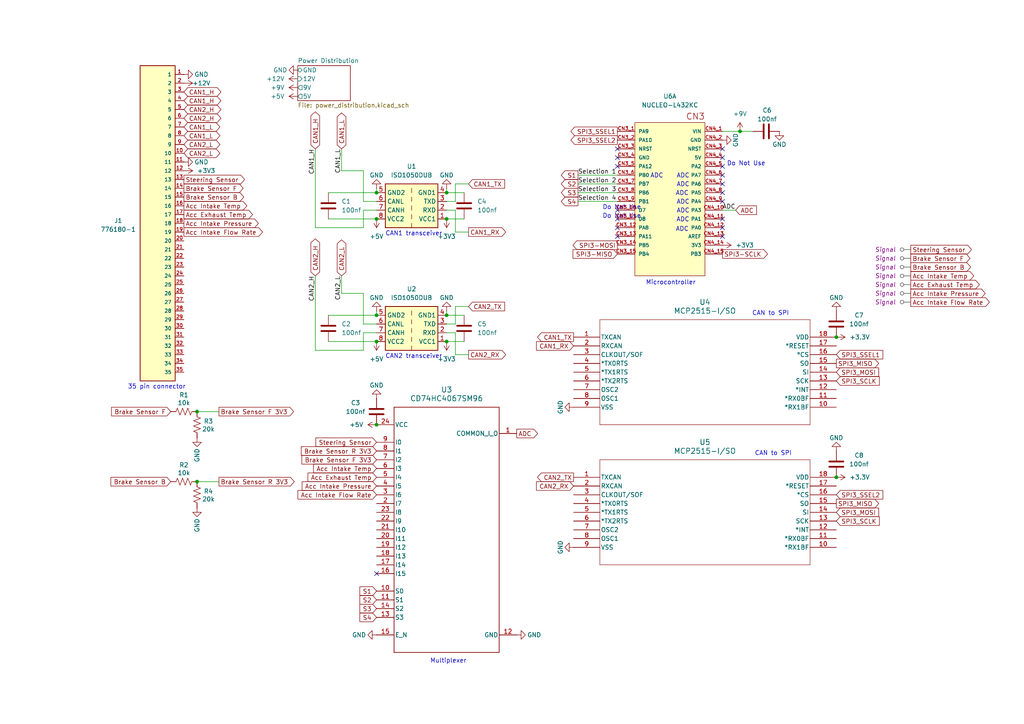
<source format=kicad_sch>
(kicad_sch (version 20231120) (generator "eeschema") (generator_version "8.0")
  (paper "A4")
  (lib_symbols
    (symbol "1FS_2_Global_Symbol_Library:776180-1" (pin_names (offset 1.016))
      (property "Reference" "J" (at -5.0846 43.9815 0))
      (property "Value" "776180-1" (at -5.3391 -50.5938 0))
      (symbol "776180-1_0_0"
        (rectangle (start -5.08 -48.26) (end 5.08 43.18) (stroke (width 0.254)) (fill (type background)))
        (pin passive line (at 7.62 40.64 180) (length 2.54) (name "1") (number "1"))
        (pin passive line (at 7.62 17.78 180) (length 2.54) (name "10") (number "10"))
        (pin passive line (at 7.62 15.24 180) (length 2.54) (name "11") (number "11"))
        (pin passive line (at 7.62 12.7 180) (length 2.54) (name "12") (number "12"))
        (pin passive line (at 7.62 10.16 180) (length 2.54) (name "13") (number "13"))
        (pin passive line (at 7.62 7.62 180) (length 2.54) (name "14") (number "14"))
        (pin passive line (at 7.62 5.08 180) (length 2.54) (name "15") (number "15"))
        (pin passive line (at 7.62 2.54 180) (length 2.54) (name "16") (number "16"))
        (pin passive line (at 7.62 0 180) (length 2.54) (name "17") (number "17"))
        (pin passive line (at 7.62 -2.54 180) (length 2.54) (name "18") (number "18"))
        (pin passive line (at 7.62 -5.08 180) (length 2.54) (name "19") (number "19"))
        (pin passive line (at 7.62 38.1 180) (length 2.54) (name "2") (number "2"))
        (pin passive line (at 7.62 -7.62 180) (length 2.54) (name "20") (number "20"))
        (pin passive line (at 7.62 -10.16 180) (length 2.54) (name "21") (number "21"))
        (pin passive line (at 7.62 -12.7 180) (length 2.54) (name "22") (number "22"))
        (pin passive line (at 7.62 -15.24 180) (length 2.54) (name "23") (number "23"))
        (pin passive line (at 7.62 -17.78 180) (length 2.54) (name "24") (number "24"))
        (pin passive line (at 7.62 -20.32 180) (length 2.54) (name "25") (number "25"))
        (pin passive line (at 7.62 -22.86 180) (length 2.54) (name "26") (number "26"))
        (pin passive line (at 7.62 -25.4 180) (length 2.54) (name "27") (number "27"))
        (pin passive line (at 7.62 -27.94 180) (length 2.54) (name "28") (number "28"))
        (pin passive line (at 7.62 -30.48 180) (length 2.54) (name "29") (number "29"))
        (pin passive line (at 7.62 35.56 180) (length 2.54) (name "3") (number "3"))
        (pin passive line (at 7.62 -33.02 180) (length 2.54) (name "30") (number "30"))
        (pin passive line (at 7.62 -35.56 180) (length 2.54) (name "31") (number "31"))
        (pin passive line (at 7.62 -38.1 180) (length 2.54) (name "32") (number "32"))
        (pin passive line (at 7.62 -40.64 180) (length 2.54) (name "33") (number "33"))
        (pin passive line (at 7.62 -43.18 180) (length 2.54) (name "34") (number "34"))
        (pin passive line (at 7.62 -45.72 180) (length 2.54) (name "35") (number "35"))
        (pin passive line (at 7.62 33.02 180) (length 2.54) (name "4") (number "4"))
        (pin passive line (at 7.62 30.48 180) (length 2.54) (name "5") (number "5"))
        (pin passive line (at 7.62 27.94 180) (length 2.54) (name "6") (number "6"))
        (pin passive line (at 7.62 25.4 180) (length 2.54) (name "7") (number "7"))
        (pin passive line (at 7.62 22.86 180) (length 2.54) (name "8") (number "8"))
        (pin passive line (at 7.62 20.32 180) (length 2.54) (name "9") (number "9"))
      )
    )
    (symbol "1FS_2_Global_Symbol_Library:CD74HC4067SM96" (pin_names (offset 0.254))
      (property "Reference" "U" (at 0 2.54 0))
      (property "Value" "CD74HC4067SM96" (at 0 0 0))
      (symbol "CD74HC4067SM96_0_1"
        (polyline (pts (xy -15.24 -35.56) (xy 15.24 -35.56)) (stroke (width 0.2032)))
        (polyline (pts (xy -15.24 35.56) (xy -15.24 -35.56)) (stroke (width 0.2032)))
        (polyline (pts (xy 15.24 -35.56) (xy 15.24 35.56)) (stroke (width 0.2032)))
        (polyline (pts (xy 15.24 35.56) (xy -15.24 35.56)) (stroke (width 0.2032)))
        (pin bidirectional line (at 20.32 27.94 180) (length 5.08) (name "COMMON_I_O") (number "1"))
        (pin input line (at -20.32 -17.78 0) (length 5.08) (name "S0") (number "10"))
        (pin input line (at -20.32 -20.32 0) (length 5.08) (name "S1") (number "11"))
        (pin power_in line (at 20.32 -30.48 180) (length 5.08) (name "GND") (number "12"))
        (pin input line (at -20.32 -25.4 0) (length 5.08) (name "S3") (number "13"))
        (pin input line (at -20.32 -22.86 0) (length 5.08) (name "S2") (number "14"))
        (pin input line (at -20.32 -30.48 0) (length 5.08) (name "E_N") (number "15"))
        (pin input line (at -20.32 -12.7 0) (length 5.08) (name "I15") (number "16"))
        (pin input line (at -20.32 -10.16 0) (length 5.08) (name "I14") (number "17"))
        (pin input line (at -20.32 -7.62 0) (length 5.08) (name "I13") (number "18"))
        (pin input line (at -20.32 -5.08 0) (length 5.08) (name "I12") (number "19"))
        (pin input line (at -20.32 7.62 0) (length 5.08) (name "I7") (number "2"))
        (pin input line (at -20.32 -2.54 0) (length 5.08) (name "I11") (number "20"))
        (pin input line (at -20.32 0 0) (length 5.08) (name "I10") (number "21"))
        (pin input line (at -20.32 2.54 0) (length 5.08) (name "I9") (number "22"))
        (pin input line (at -20.32 5.08 0) (length 5.08) (name "I8") (number "23"))
        (pin power_in line (at -20.32 30.48 0) (length 5.08) (name "VCC") (number "24"))
        (pin input line (at -20.32 10.16 0) (length 5.08) (name "I6") (number "3"))
        (pin input line (at -20.32 12.7 0) (length 5.08) (name "I5") (number "4"))
        (pin input line (at -20.32 15.24 0) (length 5.08) (name "I4") (number "5"))
        (pin input line (at -20.32 17.78 0) (length 5.08) (name "I3") (number "6"))
        (pin input line (at -20.32 20.32 0) (length 5.08) (name "I2") (number "7"))
        (pin input line (at -20.32 22.86 0) (length 5.08) (name "I1") (number "8"))
        (pin input line (at -20.32 25.4 0) (length 5.08) (name "I0") (number "9"))
      )
    )
    (symbol "1_ACC_BOARD:NUCLEO-L432KC" (pin_names (offset 1.016))
      (property "Reference" "U" (at 10.16 21.082 0))
      (property "Value" "NUCLEO-L432KC" (at -7.62 -25.4 0))
      (symbol "NUCLEO-L432KC_1_0"
        (rectangle (start -10.16 17.78) (end 10.16 -26.67) (stroke (width 0.1524)) (fill (type background)))
        (text "CN3" (at 10.16 18.542 0) (effects (font (size 1.778 1.778)) (justify right bottom)))
        (pin bidirectional line (at -15.24 15.24 0) (length 5.08) (name "PA9") (number "CN3_1"))
        (pin bidirectional line (at -15.24 -12.7 0) (length 5.08) (name "PA8") (number "CN3_12"))
        (pin bidirectional line (at -15.24 -15.24 0) (length 5.08) (name "PA11") (number "CN3_13"))
        (pin bidirectional line (at -15.24 -17.78 0) (length 5.08) (name "PB5") (number "CN3_14"))
        (pin bidirectional line (at -15.24 -20.32 0) (length 5.08) (name "PB4") (number "CN3_15"))
        (pin bidirectional line (at -15.24 12.7 0) (length 5.08) (name "PA10") (number "CN3_2"))
        (pin bidirectional line (at -15.24 5.08 0) (length 5.08) (name "PA12") (number "CN3_5"))
        (pin bidirectional line (at -15.24 2.54 0) (length 5.08) (name "PB0") (number "CN3_6"))
        (pin bidirectional line (at -15.24 0 0) (length 5.08) (name "PB7") (number "CN3_7"))
        (pin bidirectional line (at -15.24 -2.54 0) (length 5.08) (name "PB6") (number "CN3_8"))
        (pin bidirectional line (at -15.24 -5.08 0) (length 5.08) (name "PB1") (number "CN3_9"))
      )
      (symbol "NUCLEO-L432KC_1_1"
        (pin bidirectional line (at -15.24 -7.62 0) (length 5.08) (name "D7") (number "CN3_10"))
        (pin bidirectional line (at -15.24 -10.16 0) (length 5.08) (name "D8") (number "CN3_11"))
        (pin bidirectional line (at -15.24 10.16 0) (length 5.08) (name "NRST") (number "CN3_3"))
        (pin power_in line (at -15.24 7.62 0) (length 5.08) (name "GND") (number "CN3_4"))
        (pin power_in line (at 15.24 15.24 180) (length 5.08) (name "VIN") (number "CN4_1"))
        (pin bidirectional line (at 15.24 -7.62 180) (length 5.08) (name "PA3") (number "CN4_10"))
        (pin bidirectional line (at 15.24 -10.16 180) (length 5.08) (name "PA1") (number "CN4_11"))
        (pin bidirectional line (at 15.24 -12.7 180) (length 5.08) (name "PA0") (number "CN4_12"))
        (pin bidirectional line (at 15.24 -15.24 180) (length 5.08) (name "AREF") (number "CN4_13"))
        (pin power_out line (at 15.24 -17.78 180) (length 5.08) (name "3V3") (number "CN4_14"))
        (pin bidirectional line (at 15.24 -20.32 180) (length 5.08) (name "PB3") (number "CN4_15"))
        (pin power_in line (at 15.24 12.7 180) (length 5.08) (name "GND") (number "CN4_2"))
        (pin bidirectional line (at 15.24 10.16 180) (length 5.08) (name "NRST") (number "CN4_3"))
        (pin power_out line (at 15.24 7.62 180) (length 5.08) (name "5V") (number "CN4_4"))
        (pin bidirectional line (at 15.24 5.08 180) (length 5.08) (name "PA2") (number "CN4_5"))
        (pin bidirectional line (at 15.24 2.54 180) (length 5.08) (name "PA7") (number "CN4_6"))
        (pin bidirectional line (at 15.24 0 180) (length 5.08) (name "PA6") (number "CN4_7"))
        (pin bidirectional line (at 15.24 -2.54 180) (length 5.08) (name "PA5") (number "CN4_8"))
        (pin bidirectional line (at 15.24 -5.08 180) (length 5.08) (name "PA4") (number "CN4_9"))
      )
      (symbol "NUCLEO-L432KC_2_0"
        (rectangle (start -10.16 -17.78) (end 10.16 17.78) (stroke (width 0.1524)) (fill (type background)))
        (text "CN4" (at -10.16 18.542 0) (effects (font (size 1.778 1.778)) (justify left bottom)))
        (pin input line (at -15.24 7.62 0) (length 5.08) (name "VIN") (number "CN4_1"))
        (pin bidirectional line (at -15.24 -10.16 0) (length 5.08) (name "PA3") (number "CN4_10"))
        (pin bidirectional line (at -15.24 -5.08 0) (length 5.08) (name "PA1") (number "CN4_11"))
        (pin bidirectional line (at -15.24 -2.54 0) (length 5.08) (name "PA0") (number "CN4_12"))
        (pin bidirectional line (at 15.24 7.62 180) (length 5.08) (name "AREF") (number "CN4_13"))
        (pin power_in line (at 15.24 12.7 180) (length 5.08) (name "+3V3") (number "CN4_14"))
        (pin bidirectional line (at 15.24 2.54 180) (length 5.08) (name "PB3") (number "CN4_15"))
        (pin power_in line (at 15.24 -15.24 180) (length 5.08) (name "GND_CN4") (number "CN4_2"))
        (pin bidirectional line (at -15.24 2.54 0) (length 5.08) (name "NRST_CN4") (number "CN4_3"))
        (pin power_in line (at 15.24 15.24 180) (length 5.08) (name "+5V") (number "CN4_4"))
        (pin bidirectional line (at -15.24 -7.62 0) (length 5.08) (name "PA2") (number "CN4_5"))
        (pin bidirectional line (at 15.24 -10.16 180) (length 5.08) (name "PA7") (number "CN4_6"))
        (pin bidirectional line (at 15.24 -7.62 180) (length 5.08) (name "PA6") (number "CN4_7"))
        (pin bidirectional line (at 15.24 -5.08 180) (length 5.08) (name "PA5") (number "CN4_8"))
        (pin bidirectional line (at 15.24 -2.54 180) (length 5.08) (name "PA4") (number "CN4_9"))
      )
      (symbol "NUCLEO-L432KC_2_1"
        (pin bidirectional line (at 17.78 6.35 180) (length 5.08) (name "PA2") (number "-UB"))
      )
    )
    (symbol "Device:C" (pin_numbers hide) (pin_names (offset 0.254))
      (property "Reference" "C" (at 0.635 2.54 0))
      (property "Value" "C" (at 0.635 -2.54 0))
      (symbol "C_0_1"
        (polyline (pts (xy -2.032 -0.762) (xy 2.032 -0.762)) (stroke (width 0.508)))
        (polyline (pts (xy -2.032 0.762) (xy 2.032 0.762)) (stroke (width 0.508)))
      )
      (symbol "C_1_1"
        (pin passive line (at 0 3.81 270) (length 2.794) (name "~") (number "1"))
        (pin passive line (at 0 -3.81 90) (length 2.794) (name "~") (number "2"))
      )
    )
    (symbol "Device:R_US" (pin_numbers hide) (pin_names (offset 0))
      (property "Reference" "R" (at 2.54 0 90))
      (property "Value" "R_US" (at -2.54 0 90))
      (symbol "R_US_0_1"
        (polyline (pts (xy 0 -2.286) (xy 0 -2.54)))
        (polyline (pts (xy 0 2.286) (xy 0 2.54)))
        (polyline (pts (xy 0 -0.762) (xy 1.016 -1.143) (xy 0 -1.524) (xy -1.016 -1.905) (xy 0 -2.286)))
        (polyline (pts (xy 0 0.762) (xy 1.016 0.381) (xy 0 0) (xy -1.016 -0.381) (xy 0 -0.762)))
        (polyline (pts (xy 0 2.286) (xy 1.016 1.905) (xy 0 1.524) (xy -1.016 1.143) (xy 0 0.762)))
      )
      (symbol "R_US_1_1"
        (pin passive line (at 0 3.81 270) (length 1.27) (name "~") (number "1"))
        (pin passive line (at 0 -3.81 90) (length 1.27) (name "~") (number "2"))
      )
    )
    (symbol "FS_3_Global_Symbol_Library:MCP2515-I_SO" (pin_names (offset 0.254))
      (property "Reference" "U" (at 38.1 10.16 0))
      (property "Value" "MCP2515-I/SO" (at 38.1 7.62 0))
      (symbol "MCP2515-I_SO_0_1"
        (polyline (pts (xy 7.62 -25.4) (xy 68.58 -25.4)) (stroke (width 0.127)))
        (polyline (pts (xy 7.62 5.08) (xy 7.62 -25.4)) (stroke (width 0.127)))
        (polyline (pts (xy 68.58 -25.4) (xy 68.58 5.08)) (stroke (width 0.127)))
        (polyline (pts (xy 68.58 5.08) (xy 7.62 5.08)) (stroke (width 0.127)))
        (pin unspecified line (at 0 0 0) (length 7.62) (name "TXCAN") (number "1"))
        (pin unspecified line (at 76.2 -20.32 180) (length 7.62) (name "*RX1BF") (number "10"))
        (pin unspecified line (at 76.2 -17.78 180) (length 7.62) (name "*RX0BF") (number "11"))
        (pin unspecified line (at 76.2 -15.24 180) (length 7.62) (name "*INT") (number "12"))
        (pin unspecified line (at 76.2 -12.7 180) (length 7.62) (name "SCK") (number "13"))
        (pin unspecified line (at 76.2 -10.16 180) (length 7.62) (name "SI") (number "14"))
        (pin unspecified line (at 76.2 -7.62 180) (length 7.62) (name "SO") (number "15"))
        (pin unspecified line (at 76.2 -5.08 180) (length 7.62) (name "*CS") (number "16"))
        (pin unspecified line (at 76.2 -2.54 180) (length 7.62) (name "*RESET") (number "17"))
        (pin unspecified line (at 76.2 0 180) (length 7.62) (name "VDD") (number "18"))
        (pin unspecified line (at 0 -2.54 0) (length 7.62) (name "RXCAN") (number "2"))
        (pin unspecified line (at 0 -5.08 0) (length 7.62) (name "CLKOUT/SOF") (number "3"))
        (pin unspecified line (at 0 -7.62 0) (length 7.62) (name "*TX0RTS") (number "4"))
        (pin unspecified line (at 0 -10.16 0) (length 7.62) (name "*TX1RTS") (number "5"))
        (pin unspecified line (at 0 -12.7 0) (length 7.62) (name "*TX2RTS") (number "6"))
        (pin unspecified line (at 0 -15.24 0) (length 7.62) (name "OSC2") (number "7"))
        (pin unspecified line (at 0 -17.78 0) (length 7.62) (name "OSC1") (number "8"))
        (pin unspecified line (at 0 -20.32 0) (length 7.62) (name "VSS") (number "9"))
      )
    )
    (symbol "Interface_CAN_LIN:ISO1050DUB"
      (property "Reference" "U" (at -6.35 6.35 0))
      (property "Value" "ISO1050DUB" (at 2.54 6.35 0))
      (symbol "ISO1050DUB_0_1"
        (rectangle (start -7.62 5.08) (end 7.62 -7.62) (stroke (width 0.254)) (fill (type background)))
        (polyline (pts (xy 0 -5.08) (xy 0 -6.35)))
        (polyline (pts (xy 0 -2.54) (xy 0 -3.81)))
        (polyline (pts (xy 0 0) (xy 0 -1.27)))
        (polyline (pts (xy 0 2.54) (xy 0 1.27)))
        (polyline (pts (xy 0 5.08) (xy 0 3.81)))
      )
      (symbol "ISO1050DUB_1_1"
        (pin power_in line (at -10.16 2.54 0) (length 2.54) (name "VCC1") (number "1"))
        (pin output line (at -10.16 0 0) (length 2.54) (name "RXD") (number "2"))
        (pin input line (at -10.16 -2.54 0) (length 2.54) (name "TXD") (number "3"))
        (pin power_in line (at -10.16 -5.08 0) (length 2.54) (name "GND1") (number "4"))
        (pin power_in line (at 10.16 -5.08 180) (length 2.54) (name "GND2") (number "5"))
        (pin bidirectional line (at 10.16 -2.54 180) (length 2.54) (name "CANL") (number "6"))
        (pin bidirectional line (at 10.16 0 180) (length 2.54) (name "CANH") (number "7"))
        (pin power_in line (at 10.16 2.54 180) (length 2.54) (name "VCC2") (number "8"))
      )
    )
    (symbol "power:+12V" (power) (pin_numbers hide) (pin_names (offset 0) hide)
      (property "Value" "+12V" (at 0 3.556 0))
      (symbol "+12V_0_1"
        (polyline (pts (xy -0.762 1.27) (xy 0 2.54)))
        (polyline (pts (xy 0 0) (xy 0 2.54)))
        (polyline (pts (xy 0 2.54) (xy 0.762 1.27)))
      )
      (symbol "+12V_1_1"
        (pin power_in line (at 0 0 90) (length 0) (name "~") (number "1"))
      )
    )
    (symbol "power:+3V3" (power) (pin_numbers hide) (pin_names (offset 0) hide)
      (property "Value" "+3V3" (at 0 3.556 0))
      (symbol "+3V3_0_1"
        (polyline (pts (xy -0.762 1.27) (xy 0 2.54)))
        (polyline (pts (xy 0 0) (xy 0 2.54)))
        (polyline (pts (xy 0 2.54) (xy 0.762 1.27)))
      )
      (symbol "+3V3_1_1"
        (pin power_in line (at 0 0 90) (length 0) (name "~") (number "1"))
      )
    )
    (symbol "power:+5V" (power) (pin_numbers hide) (pin_names (offset 0) hide)
      (property "Value" "+5V" (at 0 3.556 0))
      (symbol "+5V_0_1"
        (polyline (pts (xy -0.762 1.27) (xy 0 2.54)))
        (polyline (pts (xy 0 0) (xy 0 2.54)))
        (polyline (pts (xy 0 2.54) (xy 0.762 1.27)))
      )
      (symbol "+5V_1_1"
        (pin power_in line (at 0 0 90) (length 0) (name "~") (number "1"))
      )
    )
    (symbol "power:+9V" (power) (pin_numbers hide) (pin_names (offset 0) hide)
      (property "Value" "+9V" (at 0 3.556 0))
      (symbol "+9V_0_1"
        (polyline (pts (xy -0.762 1.27) (xy 0 2.54)))
        (polyline (pts (xy 0 0) (xy 0 2.54)))
        (polyline (pts (xy 0 2.54) (xy 0.762 1.27)))
      )
      (symbol "+9V_1_1"
        (pin power_in line (at 0 0 90) (length 0) (name "~") (number "1"))
      )
    )
    (symbol "power:GND" (power) (pin_numbers hide) (pin_names (offset 0) hide)
      (property "Value" "GND" (at 0 -3.81 0))
      (symbol "GND_0_1"
        (polyline (pts (xy 0 0) (xy 0 -1.27) (xy 1.27 -1.27) (xy 0 -2.54) (xy -1.27 -1.27) (xy 0 -1.27)))
      )
      (symbol "GND_1_1"
        (pin power_in line (at 0 0 270) (length 0) (name "~") (number "1"))
      )
    )
  )
  (junction (at 129.54 91.44))
  (junction (at 129.54 55.88))
  (junction (at 57.15 139.7))
  (junction (at 214.63 38.1))
  (junction (at 57.15 119.38))
  (junction (at 109.22 63.5))
  (junction (at 242.57 138.43))
  (junction (at 109.22 99.06))
  (junction (at 109.22 123.19))
  (junction (at 129.54 63.5))
  (junction (at 109.22 55.88))
  (junction (at 109.22 91.44))
  (junction (at 129.54 99.06))
  (junction (at 242.57 97.79))
  (no_connect (at 209.55 55.88))
  (no_connect (at 209.55 68.58))
  (no_connect (at 209.55 43.18))
  (no_connect (at 209.55 63.5))
  (no_connect (at 209.55 66.04))
  (no_connect (at 179.07 63.5))
  (no_connect (at 179.07 48.26))
  (no_connect (at 209.55 58.42))
  (no_connect (at 179.07 43.18))
  (no_connect (at 109.22 166.37))
  (no_connect (at 209.55 45.72))
  (no_connect (at 179.07 45.72))
  (no_connect (at 179.07 68.58))
  (no_connect (at 179.07 60.96))
  (no_connect (at 179.07 66.04))
  (no_connect (at 209.55 48.26))
  (no_connect (at 209.55 50.8))
  (no_connect (at 209.55 53.34))
  (wire (pts (xy 129.54 58.42) (xy 132.08 58.42)))
  (wire (pts (xy 63.5 119.38) (xy 57.15 119.38)))
  (wire (pts (xy 109.22 90.17) (xy 109.22 91.44)))
  (wire (pts (xy 132.08 53.34) (xy 135.89 53.34)))
  (wire (pts (xy 167.64 53.34) (xy 179.07 53.34)))
  (wire (pts (xy 132.08 60.96) (xy 132.08 67.31)))
  (wire (pts (xy 132.08 58.42) (xy 132.08 53.34)))
  (wire (pts (xy 132.08 93.98) (xy 132.08 88.9)))
  (wire (pts (xy 99.06 80.01) (xy 99.06 85.09)))
  (wire (pts (xy 132.08 67.31) (xy 135.89 67.31)))
  (wire (pts (xy 99.06 43.18) (xy 99.06 49.53)))
  (wire (pts (xy 129.54 54.61) (xy 129.54 55.88)))
  (wire (pts (xy 91.44 66.04) (xy 105.41 66.04)))
  (wire (pts (xy 91.44 43.18) (xy 91.44 66.04)))
  (wire (pts (xy 209.55 38.1) (xy 214.63 38.1)))
  (wire (pts (xy 132.08 88.9) (xy 135.89 88.9)))
  (wire (pts (xy 105.41 93.98) (xy 109.22 93.98)))
  (wire (pts (xy 91.44 101.6) (xy 105.41 101.6)))
  (wire (pts (xy 129.54 99.06) (xy 134.62 99.06)))
  (wire (pts (xy 129.54 93.98) (xy 132.08 93.98)))
  (wire (pts (xy 95.25 99.06) (xy 109.22 99.06)))
  (wire (pts (xy 95.25 91.44) (xy 109.22 91.44)))
  (wire (pts (xy 209.55 60.96) (xy 213.36 60.96)))
  (wire (pts (xy 167.64 50.8) (xy 179.07 50.8)))
  (wire (pts (xy 95.25 55.88) (xy 109.22 55.88)))
  (wire (pts (xy 129.54 90.17) (xy 129.54 91.44)))
  (wire (pts (xy 105.41 96.52) (xy 109.22 96.52)))
  (wire (pts (xy 91.44 80.01) (xy 91.44 101.6)))
  (wire (pts (xy 129.54 96.52) (xy 132.08 96.52)))
  (wire (pts (xy 63.5 139.7) (xy 57.15 139.7)))
  (wire (pts (xy 218.44 38.1) (xy 214.63 38.1)))
  (wire (pts (xy 95.25 63.5) (xy 109.22 63.5)))
  (wire (pts (xy 129.54 91.44) (xy 134.62 91.44)))
  (wire (pts (xy 105.41 85.09) (xy 105.41 93.98)))
  (wire (pts (xy 129.54 55.88) (xy 134.62 55.88)))
  (wire (pts (xy 109.22 54.61) (xy 109.22 55.88)))
  (wire (pts (xy 129.54 60.96) (xy 132.08 60.96)))
  (wire (pts (xy 105.41 60.96) (xy 109.22 60.96)))
  (wire (pts (xy 105.41 49.53) (xy 105.41 58.42)))
  (wire (pts (xy 132.08 96.52) (xy 132.08 102.87)))
  (wire (pts (xy 105.41 101.6) (xy 105.41 96.52)))
  (wire (pts (xy 167.64 58.42) (xy 179.07 58.42)))
  (wire (pts (xy 105.41 66.04) (xy 105.41 60.96)))
  (wire (pts (xy 105.41 49.53) (xy 99.06 49.53)))
  (wire (pts (xy 105.41 85.09) (xy 99.06 85.09)))
  (wire (pts (xy 167.64 55.88) (xy 179.07 55.88)))
  (wire (pts (xy 105.41 58.42) (xy 109.22 58.42)))
  (wire (pts (xy 132.08 102.87) (xy 135.89 102.87)))
  (wire (pts (xy 129.54 63.5) (xy 134.62 63.5)))
  (text "ADC" (at 198.12 51.054 0) (effects (font (size 1.27 1.27))))
  (text "Do Not Use\n" (at 174.752 60.96 0) (effects (font (size 1.27 1.27)) (justify left bottom)))
  (text "35 pin connector" (at 45.466 112.268 0) (effects (font (size 1.27 1.27))))
  (text "CAN2 transceiver" (at 111.76 104.14 0) (effects (font (size 1.27 1.27)) (justify left bottom)))
  (text "ADC" (at 197.866 56.134 0) (effects (font (size 1.27 1.27))))
  (text "ADC" (at 198.12 58.674 0) (effects (font (size 1.27 1.27))))
  (text "ADC" (at 197.866 66.548 0) (effects (font (size 1.27 1.27))))
  (text "Microcontroller" (at 194.564 82.042 0) (effects (font (size 1.27 1.27))))
  (text "CAN to SPI" (at 223.52 90.932 0) (effects (font (size 1.27 1.27))))
  (text "CAN to SPI" (at 224.282 131.572 0) (effects (font (size 1.27 1.27))))
  (text "Do Not Use\n" (at 210.82 48.26 0) (effects (font (size 1.27 1.27)) (justify left bottom)))
  (text "CAN1 transceiver" (at 111.76 68.58 0) (effects (font (size 1.27 1.27)) (justify left bottom)))
  (text "ADC" (at 190.5 51.054 0) (effects (font (size 1.27 1.27))))
  (text "Multiplexer" (at 130.048 191.77 0) (effects (font (size 1.27 1.27))))
  (text "ADC" (at 198.12 53.594 0) (effects (font (size 1.27 1.27))))
  (text "Do Not Use\n" (at 174.752 63.5 0) (effects (font (size 1.27 1.27)) (justify left bottom)))
  (text "ADC" (at 198.12 61.214 0) (effects (font (size 1.27 1.27))))
  (text "ADC" (at 198.0754 63.7793 0) (effects (font (size 1.27 1.27))))
  (label "CAN1_H" (at 91.44 43.18 270))
  (label "CAN2_L" (at 99.06 80.01 270))
  (label "Selection 2" (at 167.64 53.34 0))
  (label "Selection 1" (at 167.64 50.8 0))
  (label "Selection 3" (at 167.64 55.88 0))
  (label "ADC" (at 213.36 60.96 180))
  (label "Selection 4" (at 167.64 58.42 0))
  (label "CAN2_H" (at 91.44 80.01 270))
  (label "CAN1_L" (at 99.06 43.18 270))
  (global_label "Acc Intake Flow Rate" (shape input) (at 109.22 143.51 180) (property "Intersheetrefs" "${INTERSHEET_REFS}" (effects (hide yes))))
  (global_label "CAN2_RX" (shape input) (at 166.37 140.97 180) (property "Intersheetrefs" "${INTERSHEET_REFS}" (effects (hide yes))))
  (global_label "CAN1_L" (shape bidirectional) (at 53.34 36.83 0) (property "Intersheetrefs" "${INTERSHEET_REFS}" (effects (hide yes))))
  (global_label "S1" (shape output) (at 167.64 50.8 180) (property "Intersheetrefs" "${INTERSHEET_REFS}" (effects (hide yes))))
  (global_label "ADC" (shape input) (at 213.36 60.96 0) (property "Intersheetrefs" "${INTERSHEET_REFS}" (effects (hide yes))))
  (global_label "CAN1_RX" (shape input) (at 166.37 100.33 180) (property "Intersheetrefs" "${INTERSHEET_REFS}" (effects (hide yes))))
  (global_label "Brake Sensor B" (shape output) (at 53.34 57.15 0) (property "Intersheetrefs" "${INTERSHEET_REFS}" (effects (hide yes))))
  (global_label "Acc Intake Temp" (shape input) (at 109.22 135.89 180) (property "Intersheetrefs" "${INTERSHEET_REFS}" (effects (hide yes))))
  (global_label "Acc Intake Flow Rate" (shape output) (at 53.34 67.31 0) (property "Intersheetrefs" "${INTERSHEET_REFS}" (effects (hide yes))))
  (global_label "SPI3_SSEL2" (shape output) (at 179.07 40.64 180) (property "Intersheetrefs" "${INTERSHEET_REFS}" (effects (hide yes))))
  (global_label "Acc Exhaust Temp" (shape output) (at 264.16 82.55 0) (property "Intersheetrefs" "${INTERSHEET_REFS}" (effects (hide yes))))
  (global_label "CAN2_H" (shape bidirectional) (at 53.34 34.29 0) (property "Intersheetrefs" "${INTERSHEET_REFS}" (effects (hide yes))))
  (global_label "Brake Sensor F 3V3" (shape input) (at 109.22 133.35 180) (property "Intersheetrefs" "${INTERSHEET_REFS}" (effects (hide yes))))
  (global_label "CAN1_H" (shape bidirectional) (at 91.44 43.18 90) (property "Intersheetrefs" "${INTERSHEET_REFS}" (effects (hide yes))))
  (global_label "S2" (shape input) (at 109.22 173.99 180) (property "Intersheetrefs" "${INTERSHEET_REFS}" (effects (hide yes))))
  (global_label "Brake Sensor R 3V3" (shape input) (at 109.22 130.81 180) (property "Intersheetrefs" "${INTERSHEET_REFS}" (effects (hide yes))))
  (global_label "S4" (shape input) (at 109.22 179.07 180) (property "Intersheetrefs" "${INTERSHEET_REFS}" (effects (hide yes))))
  (global_label "SPI3_MISO" (shape output) (at 242.57 105.41 0) (property "Intersheetrefs" "${INTERSHEET_REFS}" (effects (hide yes))))
  (global_label "SPI3_MISO" (shape output) (at 242.57 146.05 0) (property "Intersheetrefs" "${INTERSHEET_REFS}" (effects (hide yes))))
  (global_label "SPI3_SSEL1" (shape input) (at 242.57 102.87 0) (property "Intersheetrefs" "${INTERSHEET_REFS}" (effects (hide yes))))
  (global_label "CAN1_H" (shape bidirectional) (at 53.34 26.67 0) (property "Intersheetrefs" "${INTERSHEET_REFS}" (effects (hide yes))))
  (global_label "CAN2_TX" (shape input) (at 135.89 88.9 0) (property "Intersheetrefs" "${INTERSHEET_REFS}" (effects (hide yes))))
  (global_label "CAN2_L" (shape bidirectional) (at 99.06 80.01 90) (property "Intersheetrefs" "${INTERSHEET_REFS}" (effects (hide yes))))
  (global_label "SPI3-SCLK" (shape output) (at 209.55 73.66 0) (property "Intersheetrefs" "${INTERSHEET_REFS}" (effects (hide yes))))
  (global_label "CAN2_TX" (shape output) (at 166.37 138.43 180) (property "Intersheetrefs" "${INTERSHEET_REFS}" (effects (hide yes))))
  (global_label "S3" (shape input) (at 109.22 176.53 180) (property "Intersheetrefs" "${INTERSHEET_REFS}" (effects (hide yes))))
  (global_label "CAN1_TX" (shape output) (at 166.37 97.79 180) (property "Intersheetrefs" "${INTERSHEET_REFS}" (effects (hide yes))))
  (global_label "S2" (shape output) (at 167.64 53.34 180) (property "Intersheetrefs" "${INTERSHEET_REFS}" (effects (hide yes))))
  (global_label "Acc Intake Temp" (shape output) (at 264.16 80.01 0) (property "Intersheetrefs" "${INTERSHEET_REFS}" (effects (hide yes))))
  (global_label "CAN1_L" (shape bidirectional) (at 99.06 43.18 90) (property "Intersheetrefs" "${INTERSHEET_REFS}" (effects (hide yes))))
  (global_label "Brake Sensor B" (shape input) (at 49.53 139.7 180) (property "Intersheetrefs" "${INTERSHEET_REFS}" (effects (hide yes))))
  (global_label "Acc Intake Pressure" (shape output) (at 53.34 64.77 0) (property "Intersheetrefs" "${INTERSHEET_REFS}" (effects (hide yes))))
  (global_label "ADC" (shape output) (at 149.86 125.73 0) (property "Intersheetrefs" "${INTERSHEET_REFS}" (effects (hide yes))))
  (global_label "Acc Intake Flow Rate" (shape output) (at 264.16 87.63 0) (property "Intersheetrefs" "${INTERSHEET_REFS}" (effects (hide yes))))
  (global_label "Brake Sensor R 3V3" (shape output) (at 63.5 139.7 0) (property "Intersheetrefs" "${INTERSHEET_REFS}" (effects (hide yes))))
  (global_label "SPI3_MOSI" (shape input) (at 242.57 148.59 0) (property "Intersheetrefs" "${INTERSHEET_REFS}" (effects (hide yes))))
  (global_label "Brake Sensor F 3V3" (shape output) (at 63.5 119.38 0) (property "Intersheetrefs" "${INTERSHEET_REFS}" (effects (hide yes))))
  (global_label "CAN1_RX" (shape output) (at 135.89 67.31 0) (property "Intersheetrefs" "${INTERSHEET_REFS}" (effects (hide yes))))
  (global_label "S1" (shape input) (at 109.22 171.45 180) (property "Intersheetrefs" "${INTERSHEET_REFS}" (effects (hide yes))))
  (global_label "Brake Sensor F" (shape output) (at 264.16 74.93 0) (property "Intersheetrefs" "${INTERSHEET_REFS}" (effects (hide yes))))
  (global_label "SPI3_SSEL2" (shape input) (at 242.57 143.51 0) (property "Intersheetrefs" "${INTERSHEET_REFS}" (effects (hide yes))))
  (global_label "SPI3-MOSI" (shape output) (at 179.07 71.12 180) (property "Intersheetrefs" "${INTERSHEET_REFS}" (effects (hide yes))))
  (global_label "Steering Sensor" (shape output) (at 53.34 52.07 0) (property "Intersheetrefs" "${INTERSHEET_REFS}" (effects (hide yes))))
  (global_label "CAN2_L" (shape bidirectional) (at 53.34 44.45 0) (property "Intersheetrefs" "${INTERSHEET_REFS}" (effects (hide yes))))
  (global_label "Acc Intake Pressure" (shape input) (at 109.22 140.97 180) (property "Intersheetrefs" "${INTERSHEET_REFS}" (effects (hide yes))))
  (global_label "SPI3-MISO" (shape input) (at 179.07 73.66 180) (property "Intersheetrefs" "${INTERSHEET_REFS}" (effects (hide yes))))
  (global_label "Brake Sensor F" (shape output) (at 53.34 54.61 0) (property "Intersheetrefs" "${INTERSHEET_REFS}" (effects (hide yes))))
  (global_label "CAN2_H" (shape bidirectional) (at 53.34 31.75 0) (property "Intersheetrefs" "${INTERSHEET_REFS}" (effects (hide yes))))
  (global_label "S3" (shape output) (at 167.64 55.88 180) (property "Intersheetrefs" "${INTERSHEET_REFS}" (effects (hide yes))))
  (global_label "Brake Sensor F" (shape input) (at 49.53 119.38 180) (property "Intersheetrefs" "${INTERSHEET_REFS}" (effects (hide yes))))
  (global_label "CAN2_L" (shape bidirectional) (at 53.34 41.91 0) (property "Intersheetrefs" "${INTERSHEET_REFS}" (effects (hide yes))))
  (global_label "Acc Intake Temp" (shape output) (at 53.34 59.69 0) (property "Intersheetrefs" "${INTERSHEET_REFS}" (effects (hide yes))))
  (global_label "CAN2_RX" (shape output) (at 135.89 102.87 0) (property "Intersheetrefs" "${INTERSHEET_REFS}" (effects (hide yes))))
  (global_label "SPI3_MOSI" (shape input) (at 242.57 107.95 0) (property "Intersheetrefs" "${INTERSHEET_REFS}" (effects (hide yes))))
  (global_label "Acc Exhaust Temp" (shape output) (at 53.34 62.23 0) (property "Intersheetrefs" "${INTERSHEET_REFS}" (effects (hide yes))))
  (global_label "SPI3_SSEL1" (shape output) (at 179.07 38.1 180) (property "Intersheetrefs" "${INTERSHEET_REFS}" (effects (hide yes))))
  (global_label "CAN1_H" (shape bidirectional) (at 53.34 29.21 0) (property "Intersheetrefs" "${INTERSHEET_REFS}" (effects (hide yes))))
  (global_label "Acc Exhaust Temp" (shape input) (at 109.22 138.43 180) (property "Intersheetrefs" "${INTERSHEET_REFS}" (effects (hide yes))))
  (global_label "CAN1_TX" (shape input) (at 135.89 53.34 0) (property "Intersheetrefs" "${INTERSHEET_REFS}" (effects (hide yes))))
  (global_label "S4" (shape output) (at 167.64 58.42 180) (property "Intersheetrefs" "${INTERSHEET_REFS}" (effects (hide yes))))
  (global_label "SPI3_SCLK" (shape input) (at 242.57 110.49 0) (property "Intersheetrefs" "${INTERSHEET_REFS}" (effects (hide yes))))
  (global_label "CAN1_L" (shape bidirectional) (at 53.34 39.37 0) (property "Intersheetrefs" "${INTERSHEET_REFS}" (effects (hide yes))))
  (global_label "Acc Intake Pressure" (shape output) (at 264.16 85.09 0) (property "Intersheetrefs" "${INTERSHEET_REFS}" (effects (hide yes))))
  (global_label "SPI3_SCLK" (shape input) (at 242.57 151.13 0) (property "Intersheetrefs" "${INTERSHEET_REFS}" (effects (hide yes))))
  (global_label "Steering Sensor" (shape output) (at 264.16 72.39 0) (property "Intersheetrefs" "${INTERSHEET_REFS}" (effects (hide yes))))
  (global_label "Brake Sensor B" (shape output) (at 264.16 77.47 0) (property "Intersheetrefs" "${INTERSHEET_REFS}" (effects (hide yes))))
  (global_label "Steering Sensor" (shape input) (at 109.22 128.27 180) (property "Intersheetrefs" "${INTERSHEET_REFS}" (effects (hide yes))))
  (global_label "CAN2_H" (shape bidirectional) (at 91.44 80.01 90) (property "Intersheetrefs" "${INTERSHEET_REFS}" (effects (hide yes))))
  (netclass_flag "" (length 2.54) (shape round) (at 264.16 74.93 90) (property "Netclass" "Signal" (at 253.746 74.93 0) (effects (font (italic yes)) (justify left))))
  (netclass_flag "" (length 2.54) (shape round) (at 264.16 85.09 90) (property "Netclass" "Signal" (at 253.746 85.09 0) (effects (font (italic yes)) (justify left))))
  (netclass_flag "" (length 2.54) (shape round) (at 264.16 80.01 90) (property "Netclass" "Signal" (at 253.746 80.01 0) (effects (font (italic yes)) (justify left))))
  (netclass_flag "" (length 2.54) (shape round) (at 264.16 87.63 90) (property "Netclass" "Signal" (at 253.746 87.63 0) (effects (font (italic yes)) (justify left))))
  (netclass_flag "" (length 2.54) (shape round) (at 264.16 77.47 90) (property "Netclass" "Signal" (at 253.746 77.47 0) (effects (font (italic yes)) (justify left))))
  (netclass_flag "" (length 2.54) (shape round) (at 264.16 82.55 90) (property "Netclass" "Signal" (at 253.746 82.55 0) (effects (font (italic yes)) (justify left))))
  (netclass_flag "" (length 2.54) (shape round) (at 264.16 72.39 90) (property "Netclass" "Signal" (at 253.746 72.39 0) (effects (font (italic yes)) (justify left))))
  (symbol (lib_id "power:+5V") (at 242.57 97.79 270) (unit 1)
    (property "Reference" "#PWR030" (effects (hide yes)))
    (property "Value" "+3.3V" (at 246.38 97.7899 90) (effects (justify left)))
  )
  (symbol (lib_id "power:GND") (at 53.34 46.99 90) (unit 1)
    (property "Reference" "#PWR03" (effects (hide yes)))
    (property "Value" "GND" (at 58.42 46.99 90))
    (property "Description" "Power symbol creates a global label with name \"GND\" , ground" (effects (hide yes)))
  )
  (symbol (lib_id "Device:R_US") (at 53.34 119.38 90) (unit 1)
    (property "Reference" "R1" (at 53.34 114.554 90))
    (property "Value" "10k" (at 53.34 116.84 90))
    (property "Footprint" "Resistor_SMD:R_0805_2012Metric_Pad1.20x1.40mm_HandSolder" (effects (hide yes)))
  )
  (symbol (lib_id "power:+5V") (at 242.57 138.43 270) (unit 1)
    (property "Reference" "#PWR032" (effects (hide yes)))
    (property "Value" "+3.3V" (at 246.38 138.4299 90) (effects (justify left)))
  )
  (symbol (lib_id "power:+5V") (at 86.36 27.94 90) (unit 1)
    (property "Reference" "#PWR010" (effects (hide yes)))
    (property "Value" "+5V" (at 82.55 27.9401 90) (effects (justify left)))
    (property "Description" "Power symbol creates a global label with name \"+5V\"" (effects (hide yes)))
  )
  (symbol (lib_id "power:GND") (at 53.34 21.59 90) (unit 1)
    (property "Reference" "#PWR01" (effects (hide yes)))
    (property "Value" "GND" (at 58.42 21.59 90))
    (property "Description" "Power symbol creates a global label with name \"GND\" , ground" (effects (hide yes)))
  )
  (symbol (lib_id "Device:R_US") (at 53.34 139.7 90) (unit 1)
    (property "Reference" "R2" (at 53.34 134.874 90))
    (property "Value" "10k" (at 53.34 137.16 90))
    (property "Footprint" "Resistor_SMD:R_0805_2012Metric_Pad1.20x1.40mm_HandSolder" (effects (hide yes)))
  )
  (symbol (lib_id "Interface_CAN_LIN:ISO1050DUB") (at 119.38 96.52 180) (unit 1)
    (property "Reference" "U2" (at 119.38 83.82 0))
    (property "Value" "ISO1050DUB" (at 119.38 86.36 0))
    (property "Footprint" "Package_SO:SOP-8_6.62x9.15mm_P2.54mm" (effects (hide yes)))
    (property "Datasheet" "http://www.ti.com/lit/ds/symlink/iso1050.pdf" (effects (hide yes)))
  )
  (symbol (lib_id "power:+3V3") (at 129.54 99.06 180) (unit 1)
    (property "Reference" "#PWR021" (effects (hide yes)))
    (property "Value" "+3V3" (at 129.54 104.14 0))
    (property "Description" "Power symbol creates a global label with name \"+3V3\"" (effects (hide yes)))
  )
  (symbol (lib_id "Device:C") (at 222.25 38.1 90) (unit 1)
    (property "Reference" "C6" (at 222.504 32.004 90))
    (property "Value" "100nf" (at 222.504 34.544 90))
    (property "Footprint" "Capacitor_SMD:C_0805_2012Metric_Pad1.18x1.45mm_HandSolder" (effects (hide yes)))
  )
  (symbol (lib_id "1FS_2_Global_Symbol_Library:776180-1") (at 45.72 62.23 0) (unit 1)
    (property "Reference" "J1" (at 34.29 64.008 0))
    (property "Value" "776180-1" (at 34.29 66.548 0))
    (property "Footprint" "1FS_2_Global_Footprint_Library:TE_776180-1" (effects (hide yes)))
    (property "Description" "35 pin 90 degree AMPSEAL connector" (effects (hide yes)))
    (property "PARTREV" "H7" (effects (hide yes)))
    (property "STANDARD" "STANDARED RECOMENDATION" (effects (hide yes)))
    (property "MANUFACTURER" "TE CONNECTIVITY" (effects (hide yes)))
  )
  (symbol (lib_id "Interface_CAN_LIN:ISO1050DUB") (at 119.38 60.96 180) (unit 1)
    (property "Reference" "U1" (at 119.38 48.26 0))
    (property "Value" "ISO1050DUB" (at 119.38 50.8 0))
    (property "Footprint" "Package_SO:SOP-8_6.62x9.15mm_P2.54mm" (effects (hide yes)))
    (property "Datasheet" "http://www.ti.com/lit/ds/symlink/iso1050.pdf" (effects (hide yes)))
  )
  (symbol (lib_id "power:GND") (at 86.36 20.32 270) (unit 1)
    (property "Reference" "#PWR07" (effects (hide yes)))
    (property "Value" "GND" (at 81.28 20.32 90))
    (property "Description" "Power symbol creates a global label with name \"GND\" , ground" (effects (hide yes)))
  )
  (symbol (lib_id "1FS_2_Global_Symbol_Library:CD74HC4067SM96") (at 129.54 153.67 0) (unit 1)
    (property "Reference" "U3" (at 129.54 113.03 0) (effects (font (size 1.524 1.524))))
    (property "Value" "CD74HC4067SM96" (at 129.54 115.57 0) (effects (font (size 1.524 1.524))))
    (property "Footprint" "Package_SO:SSOP-24_5.3x8.2mm_P0.65mm" (effects (hide yes)))
    (property "Datasheet" "https://www.ti.com/lit/ds/symlink/cd74hc4067.pdf?HQS=dis-dk-null-digikeymode-dsf-pf-null-wwe&ts=1724866090865&ref_url=https%253A%252F%252Fwww.ti.com%252Fgeneral%252Fdocs%252Fsuppproductinfo.tsp%253FdistId%253D10%2526gotoUrl%253Dhttps%253A%252F%252Fwww.ti.com%252Flit%252Fgpn%252Fcd74hc4067" (effects (hide yes)))
    (property "Description" "16 input multiplexer" (effects (hide yes)))
  )
  (symbol (lib_id "FS_3_Global_Symbol_Library:MCP2515-I_SO") (at 166.37 97.79 0) (unit 1)
    (property "Reference" "U4" (at 204.47 87.63 0) (effects (font (size 1.524 1.524))))
    (property "Value" "MCP2515-I/SO" (at 204.47 90.17 0) (effects (font (size 1.524 1.524))))
    (property "Footprint" "Package_SO:SOIC-18W_7.5x11.6mm_P1.27mm" (effects (hide yes)))
    (property "Datasheet" "MCP2515-I/SO" (effects (hide yes)))
    (property "Description" "Stand Alone CAN Controller with SPI" (effects (hide yes)))
  )
  (symbol (lib_id "power:GND") (at 109.22 184.15 270) (unit 1)
    (property "Reference" "#PWR017" (effects (hide yes)))
    (property "Value" "GND" (at 104.14 184.15 90))
    (property "Description" "Power symbol creates a global label with name \"GND\" , ground" (effects (hide yes)))
  )
  (symbol (lib_id "power:+9V") (at 214.63 38.1 0) (unit 1)
    (property "Reference" "#PWR027" (effects (hide yes)))
    (property "Value" "+9V" (at 214.63 33.02 0))
  )
  (symbol (lib_id "power:GND") (at 109.22 115.57 180) (unit 1)
    (property "Reference" "#PWR015" (effects (hide yes)))
    (property "Value" "GND" (at 109.22 111.76 0))
  )
  (symbol (lib_id "power:GND") (at 149.86 184.15 90) (unit 1)
    (property "Reference" "#PWR022" (effects (hide yes)))
    (property "Value" "GND" (at 154.94 184.15 90))
    (property "Description" "Power symbol creates a global label with name \"GND\" , ground" (effects (hide yes)))
  )
  (symbol (lib_id "power:+3V3") (at 209.55 71.12 270) (unit 1)
    (property "Reference" "#PWR026" (effects (hide yes)))
    (property "Value" "+3V3" (at 213.36 71.1199 90) (effects (justify left)))
    (property "Description" "Power symbol creates a global label with name \"+3V3\"" (effects (hide yes)))
  )
  (symbol (lib_id "power:+5V") (at 109.22 123.19 90) (mirror x) (unit 1)
    (property "Reference" "#PWR016" (effects (hide yes)))
    (property "Value" "+5V" (at 105.41 123.1899 90) (effects (justify left)))
    (property "Description" "Power symbol creates a global label with name \"+5V\"" (effects (hide yes)))
  )
  (symbol (lib_id "Device:C") (at 134.62 59.69 0) (unit 1)
    (property "Reference" "C4" (at 138.43 58.4199 0) (effects (justify left)))
    (property "Value" "100nf" (at 138.43 60.9599 0) (effects (justify left)))
    (property "Footprint" "Capacitor_SMD:C_0805_2012Metric_Pad1.18x1.45mm_HandSolder" (effects (hide yes)))
  )
  (symbol (lib_id "power:+3V3") (at 129.54 63.5 180) (unit 1)
    (property "Reference" "#PWR019" (effects (hide yes)))
    (property "Value" "+3V3" (at 129.54 68.58 0))
    (property "Description" "Power symbol creates a global label with name \"+3V3\"" (effects (hide yes)))
  )
  (symbol (lib_id "power:+5V") (at 109.22 99.06 180) (unit 1)
    (property "Reference" "#PWR014" (effects (hide yes)))
    (property "Value" "+5V" (at 109.22 104.14 0))
  )
  (symbol (lib_id "power:GND") (at 57.15 147.32 0) (unit 1)
    (property "Reference" "#PWR06" (effects (hide yes)))
    (property "Value" "GND" (at 57.15 152.4 90))
    (property "Description" "Power symbol creates a global label with name \"GND\" , ground" (effects (hide yes)))
  )
  (symbol (lib_id "power:+9V") (at 86.36 25.4 90) (unit 1)
    (property "Reference" "#PWR09" (effects (hide yes)))
    (property "Value" "+9V" (at 82.55 25.3999 90) (effects (justify left)))
    (property "Description" "Power symbol creates a global label with name \"+9V\"" (effects (hide yes)))
  )
  (symbol (lib_id "Device:C") (at 95.25 95.25 0) (unit 1)
    (property "Reference" "C2" (at 99.06 93.9799 0) (effects (justify left)))
    (property "Value" "100nf" (at 99.06 96.5199 0) (effects (justify left)))
    (property "Footprint" "Capacitor_SMD:C_0805_2012Metric_Pad1.18x1.45mm_HandSolder" (effects (hide yes)))
  )
  (symbol (lib_id "Device:C") (at 109.22 119.38 180) (unit 1)
    (property "Reference" "C3" (at 103.124 116.84 0))
    (property "Value" "100nf" (at 103.124 119.38 0))
    (property "Footprint" "Capacitor_SMD:C_0805_2012Metric_Pad1.18x1.45mm_HandSolder" (effects (hide yes)))
  )
  (symbol (lib_id "Device:C") (at 134.62 95.25 0) (unit 1)
    (property "Reference" "C5" (at 138.43 93.9799 0) (effects (justify left)))
    (property "Value" "100nf" (at 138.43 96.5199 0) (effects (justify left)))
    (property "Footprint" "Capacitor_SMD:C_0805_2012Metric_Pad1.18x1.45mm_HandSolder" (effects (hide yes)))
  )
  (symbol (lib_id "power:GND") (at 166.37 158.75 270) (unit 1)
    (property "Reference" "#PWR024" (effects (hide yes)))
    (property "Value" "GND" (at 162.56 158.75 0))
  )
  (symbol (lib_id "Device:C") (at 242.57 93.98 180) (unit 1)
    (property "Reference" "C7" (at 249.174 91.44 0))
    (property "Value" "100nf" (at 249.174 93.98 0))
    (property "Footprint" "Capacitor_SMD:C_0805_2012Metric_Pad1.18x1.45mm_HandSolder" (effects (hide yes)))
  )
  (symbol (lib_id "power:+12V") (at 53.34 24.13 270) (unit 1)
    (property "Reference" "#PWR02" (effects (hide yes)))
    (property "Value" "+12V" (at 58.42 24.13 90))
    (property "Description" "Power symbol creates a global label with name \"+12V\"" (effects (hide yes)))
  )
  (symbol (lib_id "power:+12V") (at 86.36 22.86 90) (unit 1)
    (property "Reference" "#PWR08" (effects (hide yes)))
    (property "Value" "+12V" (at 82.55 22.8599 90) (effects (justify left)))
    (property "Description" "Power symbol creates a global label with name \"+12V\"" (effects (hide yes)))
  )
  (symbol (lib_id "power:GND") (at 166.37 118.11 270) (unit 1)
    (property "Reference" "#PWR023" (effects (hide yes)))
    (property "Value" "GND" (at 162.56 118.11 0))
  )
  (symbol (lib_id "Device:C") (at 242.57 134.62 180) (unit 1)
    (property "Reference" "C8" (at 249.174 132.08 0))
    (property "Value" "100nf" (at 249.174 134.62 0))
    (property "Footprint" "Capacitor_SMD:C_0805_2012Metric_Pad1.18x1.45mm_HandSolder" (effects (hide yes)))
  )
  (symbol (lib_id "power:GND") (at 109.22 90.17 180) (unit 1)
    (property "Reference" "#PWR013" (effects (hide yes)))
    (property "Value" "GND" (at 109.22 86.36 0))
  )
  (symbol (lib_id "power:+5V") (at 109.22 63.5 180) (unit 1)
    (property "Reference" "#PWR012" (effects (hide yes)))
    (property "Value" "+5V" (at 109.22 68.58 0))
  )
  (symbol (lib_id "Device:R_US") (at 57.15 143.51 180) (unit 1)
    (property "Reference" "R4" (at 60.452 142.494 0))
    (property "Value" "20k" (at 60.452 144.78 0))
    (property "Footprint" "Resistor_SMD:R_0805_2012Metric_Pad1.20x1.40mm_HandSolder" (effects (hide yes)))
  )
  (symbol (lib_id "Device:C") (at 95.25 59.69 0) (unit 1)
    (property "Reference" "C1" (at 99.06 58.4199 0) (effects (justify left)))
    (property "Value" "100nf" (at 99.06 60.9599 0) (effects (justify left)))
    (property "Footprint" "Capacitor_SMD:C_0805_2012Metric_Pad1.18x1.45mm_HandSolder" (effects (hide yes)))
  )
  (symbol (lib_id "power:GND") (at 109.22 54.61 180) (unit 1)
    (property "Reference" "#PWR011" (effects (hide yes)))
    (property "Value" "GND" (at 109.22 50.8 0))
  )
  (symbol (lib_id "power:GND") (at 129.54 54.61 180) (unit 1)
    (property "Reference" "#PWR018" (effects (hide yes)))
    (property "Value" "GND" (at 129.54 50.8 0))
  )
  (symbol (lib_id "FS_3_Global_Symbol_Library:MCP2515-I_SO") (at 166.37 138.43 0) (unit 1)
    (property "Reference" "U5" (at 204.47 128.27 0) (effects (font (size 1.524 1.524))))
    (property "Value" "MCP2515-I/SO" (at 204.47 130.81 0) (effects (font (size 1.524 1.524))))
    (property "Footprint" "Package_SO:SOIC-18W_7.5x11.6mm_P1.27mm" (effects (hide yes)))
    (property "Datasheet" "MCP2515-I/SO" (effects (hide yes)))
    (property "Description" "Stand Alone CAN Controller with SPI" (effects (hide yes)))
  )
  (symbol (lib_id "power:+3V3") (at 53.34 49.53 270) (unit 1)
    (property "Reference" "#PWR04" (effects (hide yes)))
    (property "Value" "+3V3" (at 57.15 49.5299 90) (effects (justify left)))
    (property "Description" "Power symbol creates a global label with name \"+3V3\"" (effects (hide yes)))
  )
  (symbol (lib_id "power:GND") (at 209.55 40.64 90) (unit 1)
    (property "Reference" "#PWR025" (effects (hide yes)))
    (property "Value" "GND" (at 213.36 40.64 0))
  )
  (symbol (lib_id "power:GND") (at 242.57 130.81 180) (unit 1)
    (property "Reference" "#PWR031" (effects (hide yes)))
    (property "Value" "GND" (at 242.57 127 0))
  )
  (symbol (lib_id "Device:R_US") (at 57.15 123.19 180) (unit 1)
    (property "Reference" "R3" (at 60.452 122.174 0))
    (property "Value" "20k" (at 60.452 124.46 0))
    (property "Footprint" "Resistor_SMD:R_0805_2012Metric_Pad1.20x1.40mm_HandSolder" (effects (hide yes)))
  )
  (symbol (lib_id "power:GND") (at 129.54 90.17 180) (unit 1)
    (property "Reference" "#PWR020" (effects (hide yes)))
    (property "Value" "GND" (at 129.54 86.36 0))
  )
  (symbol (lib_id "power:GND") (at 57.15 127 0) (unit 1)
    (property "Reference" "#PWR05" (effects (hide yes)))
    (property "Value" "GND" (at 57.15 132.08 90))
    (property "Description" "Power symbol creates a global label with name \"GND\" , ground" (effects (hide yes)))
  )
  (symbol (lib_id "1_ACC_BOARD:NUCLEO-L432KC") (at 194.31 53.34 0) (unit 1)
    (property "Reference" "U6" (at 194.31 27.94 0))
    (property "Value" "NUCLEO-L432KC" (at 194.31 30.48 0))
    (property "Footprint" "FS_3_Global_Footprint_Library:NUCLEO-L432KC" (effects (hide yes)))
    (property "PARTREV" "N/A" (effects (hide yes)))
    (property "STANDARD" "Manufacturer Recommendations" (effects (hide yes)))
    (property "MAXIMUM_PACKAGE_HEIGHT" "N/A" (effects (hide yes)))
    (property "MANUFACTURER" "ST Microelectronics" (effects (hide yes)))
  )
  (symbol (lib_id "power:GND") (at 242.57 90.17 180) (unit 1)
    (property "Reference" "#PWR029" (effects (hide yes)))
    (property "Value" "GND" (at 242.57 86.36 0))
  )
  (symbol (lib_id "power:GND") (at 226.06 38.1 0) (unit 1)
    (property "Reference" "#PWR028" (effects (hide yes)))
    (property "Value" "GND" (at 226.06 41.91 0))
  )
  (sheet (at 86.36 19.05) (size 15.24 10.16) (stroke (width 0.1524))
    (property "Sheetname" "Power Distribution" (at 86.36 18.3384 0) (effects (justify left bottom)))
    (property "Sheetfile" "power_distribution.kicad_sch" (at 86.36 29.7946 0) (effects (justify left top)))
    (pin "9V" output (at 86.36 25.4 180))
    (pin "GND" bidirectional (at 86.36 20.32 180))
    (pin "12V" input (at 86.36 22.86 180))
    (pin "5V" output (at 86.36 27.94 180))
  )
)
</source>
